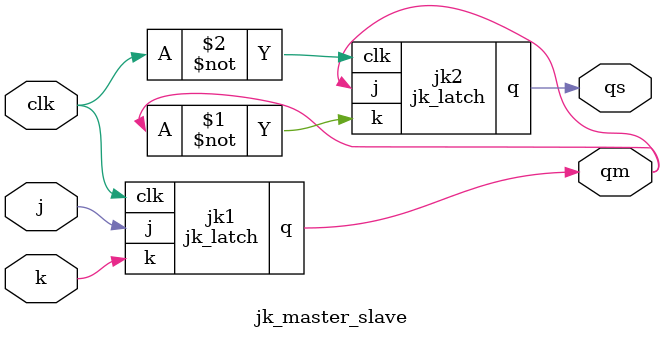
<source format=v>
module jk_latch (input  j, k, clk,output reg q);
always @(*) begin
  if (clk) begin
    if (j & ~k) 
      q = 1'b1;
    else if (~j & k) 
      q = 1'b0;
    else if (~j & ~k) 
      q = q; 
    else  if(j & k)         
      q = ~q; 
    else
      q=1'bx;
  end 
end
endmodule
module jk_master_slave(input j,k,clk,output qm,qs);
  jk_latch jk1(.j(j),.k(k),.clk(clk),.q(qm));
  jk_latch jk2(.j(qm),.k(~qm),.clk(~clk),.q(qs));
endmodule

</source>
